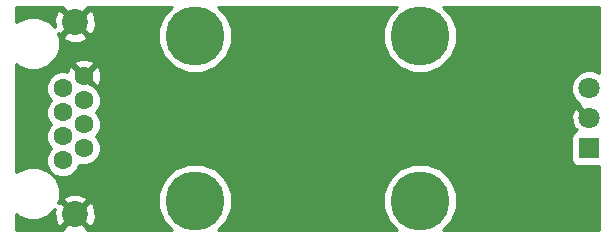
<source format=gbr>
G04 #@! TF.FileFunction,Copper,L2,Bot,Signal*
%FSLAX46Y46*%
G04 Gerber Fmt 4.6, Leading zero omitted, Abs format (unit mm)*
G04 Created by KiCad (PCBNEW 4.0.7) date 01/10/18 16:29:44*
%MOMM*%
%LPD*%
G01*
G04 APERTURE LIST*
%ADD10C,0.150000*%
%ADD11C,2.200000*%
%ADD12C,1.600000*%
%ADD13R,1.800000X1.800000*%
%ADD14C,1.800000*%
%ADD15C,5.000000*%
%ADD16C,1.016000*%
%ADD17C,0.254000*%
G04 APERTURE END LIST*
D10*
D11*
X41272000Y-37590000D03*
X41272000Y-53850000D03*
D12*
X40252000Y-45220000D03*
X40252000Y-47250000D03*
X42032000Y-44190000D03*
X42032000Y-46220000D03*
X42032000Y-42160000D03*
X40252000Y-43190000D03*
X42032000Y-48250000D03*
X40252000Y-49280000D03*
D13*
X84836000Y-48260000D03*
D14*
X84836000Y-45720000D03*
X84836000Y-43180000D03*
D15*
X51435000Y-38735000D03*
X51435000Y-52705000D03*
X70485000Y-38735000D03*
X70485000Y-52705000D03*
D16*
X81788000Y-47752000D03*
D17*
G36*
X40226737Y-36365132D02*
X41272000Y-37410395D01*
X42317263Y-36365132D01*
X42279206Y-36270000D01*
X49466873Y-36270000D01*
X48778826Y-36956847D01*
X48300546Y-38108674D01*
X48299457Y-39355854D01*
X48775727Y-40508515D01*
X49656847Y-41391174D01*
X50808674Y-41869454D01*
X52055854Y-41870543D01*
X53208515Y-41394273D01*
X54091174Y-40513153D01*
X54569454Y-39361326D01*
X54570543Y-38114146D01*
X54094273Y-36961485D01*
X53403994Y-36270000D01*
X68516873Y-36270000D01*
X67828826Y-36956847D01*
X67350546Y-38108674D01*
X67349457Y-39355854D01*
X67825727Y-40508515D01*
X68706847Y-41391174D01*
X69858674Y-41869454D01*
X71105854Y-41870543D01*
X72258515Y-41394273D01*
X73141174Y-40513153D01*
X73619454Y-39361326D01*
X73620543Y-38114146D01*
X73144273Y-36961485D01*
X72453994Y-36270000D01*
X85675400Y-36270000D01*
X85675400Y-41866476D01*
X85142670Y-41645267D01*
X84532009Y-41644735D01*
X83967629Y-41877932D01*
X83535449Y-42309357D01*
X83301267Y-42873330D01*
X83300735Y-43483991D01*
X83533932Y-44048371D01*
X83965357Y-44480551D01*
X83986194Y-44489203D01*
X83935446Y-44639841D01*
X84836000Y-45540395D01*
X84850143Y-45526253D01*
X85029748Y-45705858D01*
X85015605Y-45720000D01*
X85029748Y-45734143D01*
X84850143Y-45913748D01*
X84836000Y-45899605D01*
X84821858Y-45913748D01*
X84642253Y-45734143D01*
X84656395Y-45720000D01*
X83755841Y-44819446D01*
X83499357Y-44905852D01*
X83289542Y-45479336D01*
X83315161Y-46089460D01*
X83499357Y-46534148D01*
X83755839Y-46620553D01*
X83641282Y-46735110D01*
X83677760Y-46771588D01*
X83484559Y-46895910D01*
X83339569Y-47108110D01*
X83288560Y-47360000D01*
X83288560Y-49160000D01*
X83332838Y-49395317D01*
X83471910Y-49611441D01*
X83684110Y-49756431D01*
X83936000Y-49807440D01*
X85675400Y-49807440D01*
X85675400Y-55170000D01*
X72453127Y-55170000D01*
X73141174Y-54483153D01*
X73619454Y-53331326D01*
X73620543Y-52084146D01*
X73144273Y-50931485D01*
X72263153Y-50048826D01*
X71111326Y-49570546D01*
X69864146Y-49569457D01*
X68711485Y-50045727D01*
X67828826Y-50926847D01*
X67350546Y-52078674D01*
X67349457Y-53325854D01*
X67825727Y-54478515D01*
X68516006Y-55170000D01*
X53403127Y-55170000D01*
X54091174Y-54483153D01*
X54569454Y-53331326D01*
X54570543Y-52084146D01*
X54094273Y-50931485D01*
X53213153Y-50048826D01*
X52061326Y-49570546D01*
X50814146Y-49569457D01*
X49661485Y-50045727D01*
X48778826Y-50926847D01*
X48300546Y-52078674D01*
X48299457Y-53325854D01*
X48775727Y-54478515D01*
X49466006Y-55170000D01*
X42279206Y-55170000D01*
X42317263Y-55074868D01*
X41272000Y-54029605D01*
X40226737Y-55074868D01*
X40264794Y-55170000D01*
X36295400Y-55170000D01*
X36295400Y-53849842D01*
X36430141Y-53984818D01*
X37260486Y-54329607D01*
X38159570Y-54330391D01*
X38990515Y-53987052D01*
X39592900Y-53385717D01*
X39526677Y-53561593D01*
X39549164Y-54251453D01*
X39769901Y-54784359D01*
X40047132Y-54895263D01*
X41092395Y-53850000D01*
X41451605Y-53850000D01*
X42496868Y-54895263D01*
X42774099Y-54784359D01*
X43017323Y-54138407D01*
X42994836Y-53448547D01*
X42774099Y-52915641D01*
X42496868Y-52804737D01*
X41451605Y-53850000D01*
X41092395Y-53850000D01*
X40047132Y-52804737D01*
X39815531Y-52897387D01*
X39928581Y-52625132D01*
X40226737Y-52625132D01*
X41272000Y-53670395D01*
X42317263Y-52625132D01*
X42206359Y-52347901D01*
X41560407Y-52104677D01*
X40870547Y-52127164D01*
X40337641Y-52347901D01*
X40226737Y-52625132D01*
X39928581Y-52625132D01*
X39971607Y-52521514D01*
X39972391Y-51622430D01*
X39629052Y-50791485D01*
X38993859Y-50155182D01*
X38163514Y-49810393D01*
X37264430Y-49809609D01*
X36433485Y-50152948D01*
X36295400Y-50290792D01*
X36295400Y-43474187D01*
X38816752Y-43474187D01*
X39034757Y-44001800D01*
X39237603Y-44205001D01*
X39036176Y-44406077D01*
X38817250Y-44933309D01*
X38816752Y-45504187D01*
X39034757Y-46031800D01*
X39237603Y-46235001D01*
X39036176Y-46436077D01*
X38817250Y-46963309D01*
X38816752Y-47534187D01*
X39034757Y-48061800D01*
X39237603Y-48265001D01*
X39036176Y-48466077D01*
X38817250Y-48993309D01*
X38816752Y-49564187D01*
X39034757Y-50091800D01*
X39438077Y-50495824D01*
X39965309Y-50714750D01*
X40536187Y-50715248D01*
X41063800Y-50497243D01*
X41467824Y-50093923D01*
X41653549Y-49646648D01*
X41745309Y-49684750D01*
X42316187Y-49685248D01*
X42843800Y-49467243D01*
X43247824Y-49063923D01*
X43466750Y-48536691D01*
X43467248Y-47965813D01*
X43249243Y-47438200D01*
X43046397Y-47234999D01*
X43247824Y-47033923D01*
X43466750Y-46506691D01*
X43467248Y-45935813D01*
X43249243Y-45408200D01*
X43046397Y-45204999D01*
X43247824Y-45003923D01*
X43466750Y-44476691D01*
X43467248Y-43905813D01*
X43249243Y-43378200D01*
X42845923Y-42974176D01*
X42539213Y-42846819D01*
X42032000Y-42339605D01*
X42017858Y-42353748D01*
X41838253Y-42174143D01*
X41852395Y-42160000D01*
X42211605Y-42160000D01*
X43039745Y-42988139D01*
X43285864Y-42914005D01*
X43478965Y-42376777D01*
X43451778Y-41806546D01*
X43285864Y-41405995D01*
X43039745Y-41331861D01*
X42211605Y-42160000D01*
X41852395Y-42160000D01*
X41024255Y-41331861D01*
X40778136Y-41405995D01*
X40637807Y-41796406D01*
X40538691Y-41755250D01*
X39967813Y-41754752D01*
X39440200Y-41972757D01*
X39036176Y-42376077D01*
X38817250Y-42903309D01*
X38816752Y-43474187D01*
X36295400Y-43474187D01*
X36295400Y-41149842D01*
X36430141Y-41284818D01*
X37260486Y-41629607D01*
X38159570Y-41630391D01*
X38990515Y-41287052D01*
X39125547Y-41152255D01*
X41203861Y-41152255D01*
X42032000Y-41980395D01*
X42860139Y-41152255D01*
X42786005Y-40906136D01*
X42248777Y-40713035D01*
X41678546Y-40740222D01*
X41277995Y-40906136D01*
X41203861Y-41152255D01*
X39125547Y-41152255D01*
X39626818Y-40651859D01*
X39971607Y-39821514D01*
X39972391Y-38922430D01*
X39927948Y-38814868D01*
X40226737Y-38814868D01*
X40337641Y-39092099D01*
X40983593Y-39335323D01*
X41673453Y-39312836D01*
X42206359Y-39092099D01*
X42317263Y-38814868D01*
X41272000Y-37769605D01*
X40226737Y-38814868D01*
X39927948Y-38814868D01*
X39815439Y-38542576D01*
X40047132Y-38635263D01*
X41092395Y-37590000D01*
X41451605Y-37590000D01*
X42496868Y-38635263D01*
X42774099Y-38524359D01*
X43017323Y-37878407D01*
X42994836Y-37188547D01*
X42774099Y-36655641D01*
X42496868Y-36544737D01*
X41451605Y-37590000D01*
X41092395Y-37590000D01*
X40047132Y-36544737D01*
X39769901Y-36655641D01*
X39526677Y-37301593D01*
X39549164Y-37991453D01*
X39563327Y-38025645D01*
X38993859Y-37455182D01*
X38163514Y-37110393D01*
X37264430Y-37109609D01*
X36433485Y-37452948D01*
X36295400Y-37590792D01*
X36295400Y-36270000D01*
X40264794Y-36270000D01*
X40226737Y-36365132D01*
X40226737Y-36365132D01*
G37*
X40226737Y-36365132D02*
X41272000Y-37410395D01*
X42317263Y-36365132D01*
X42279206Y-36270000D01*
X49466873Y-36270000D01*
X48778826Y-36956847D01*
X48300546Y-38108674D01*
X48299457Y-39355854D01*
X48775727Y-40508515D01*
X49656847Y-41391174D01*
X50808674Y-41869454D01*
X52055854Y-41870543D01*
X53208515Y-41394273D01*
X54091174Y-40513153D01*
X54569454Y-39361326D01*
X54570543Y-38114146D01*
X54094273Y-36961485D01*
X53403994Y-36270000D01*
X68516873Y-36270000D01*
X67828826Y-36956847D01*
X67350546Y-38108674D01*
X67349457Y-39355854D01*
X67825727Y-40508515D01*
X68706847Y-41391174D01*
X69858674Y-41869454D01*
X71105854Y-41870543D01*
X72258515Y-41394273D01*
X73141174Y-40513153D01*
X73619454Y-39361326D01*
X73620543Y-38114146D01*
X73144273Y-36961485D01*
X72453994Y-36270000D01*
X85675400Y-36270000D01*
X85675400Y-41866476D01*
X85142670Y-41645267D01*
X84532009Y-41644735D01*
X83967629Y-41877932D01*
X83535449Y-42309357D01*
X83301267Y-42873330D01*
X83300735Y-43483991D01*
X83533932Y-44048371D01*
X83965357Y-44480551D01*
X83986194Y-44489203D01*
X83935446Y-44639841D01*
X84836000Y-45540395D01*
X84850143Y-45526253D01*
X85029748Y-45705858D01*
X85015605Y-45720000D01*
X85029748Y-45734143D01*
X84850143Y-45913748D01*
X84836000Y-45899605D01*
X84821858Y-45913748D01*
X84642253Y-45734143D01*
X84656395Y-45720000D01*
X83755841Y-44819446D01*
X83499357Y-44905852D01*
X83289542Y-45479336D01*
X83315161Y-46089460D01*
X83499357Y-46534148D01*
X83755839Y-46620553D01*
X83641282Y-46735110D01*
X83677760Y-46771588D01*
X83484559Y-46895910D01*
X83339569Y-47108110D01*
X83288560Y-47360000D01*
X83288560Y-49160000D01*
X83332838Y-49395317D01*
X83471910Y-49611441D01*
X83684110Y-49756431D01*
X83936000Y-49807440D01*
X85675400Y-49807440D01*
X85675400Y-55170000D01*
X72453127Y-55170000D01*
X73141174Y-54483153D01*
X73619454Y-53331326D01*
X73620543Y-52084146D01*
X73144273Y-50931485D01*
X72263153Y-50048826D01*
X71111326Y-49570546D01*
X69864146Y-49569457D01*
X68711485Y-50045727D01*
X67828826Y-50926847D01*
X67350546Y-52078674D01*
X67349457Y-53325854D01*
X67825727Y-54478515D01*
X68516006Y-55170000D01*
X53403127Y-55170000D01*
X54091174Y-54483153D01*
X54569454Y-53331326D01*
X54570543Y-52084146D01*
X54094273Y-50931485D01*
X53213153Y-50048826D01*
X52061326Y-49570546D01*
X50814146Y-49569457D01*
X49661485Y-50045727D01*
X48778826Y-50926847D01*
X48300546Y-52078674D01*
X48299457Y-53325854D01*
X48775727Y-54478515D01*
X49466006Y-55170000D01*
X42279206Y-55170000D01*
X42317263Y-55074868D01*
X41272000Y-54029605D01*
X40226737Y-55074868D01*
X40264794Y-55170000D01*
X36295400Y-55170000D01*
X36295400Y-53849842D01*
X36430141Y-53984818D01*
X37260486Y-54329607D01*
X38159570Y-54330391D01*
X38990515Y-53987052D01*
X39592900Y-53385717D01*
X39526677Y-53561593D01*
X39549164Y-54251453D01*
X39769901Y-54784359D01*
X40047132Y-54895263D01*
X41092395Y-53850000D01*
X41451605Y-53850000D01*
X42496868Y-54895263D01*
X42774099Y-54784359D01*
X43017323Y-54138407D01*
X42994836Y-53448547D01*
X42774099Y-52915641D01*
X42496868Y-52804737D01*
X41451605Y-53850000D01*
X41092395Y-53850000D01*
X40047132Y-52804737D01*
X39815531Y-52897387D01*
X39928581Y-52625132D01*
X40226737Y-52625132D01*
X41272000Y-53670395D01*
X42317263Y-52625132D01*
X42206359Y-52347901D01*
X41560407Y-52104677D01*
X40870547Y-52127164D01*
X40337641Y-52347901D01*
X40226737Y-52625132D01*
X39928581Y-52625132D01*
X39971607Y-52521514D01*
X39972391Y-51622430D01*
X39629052Y-50791485D01*
X38993859Y-50155182D01*
X38163514Y-49810393D01*
X37264430Y-49809609D01*
X36433485Y-50152948D01*
X36295400Y-50290792D01*
X36295400Y-43474187D01*
X38816752Y-43474187D01*
X39034757Y-44001800D01*
X39237603Y-44205001D01*
X39036176Y-44406077D01*
X38817250Y-44933309D01*
X38816752Y-45504187D01*
X39034757Y-46031800D01*
X39237603Y-46235001D01*
X39036176Y-46436077D01*
X38817250Y-46963309D01*
X38816752Y-47534187D01*
X39034757Y-48061800D01*
X39237603Y-48265001D01*
X39036176Y-48466077D01*
X38817250Y-48993309D01*
X38816752Y-49564187D01*
X39034757Y-50091800D01*
X39438077Y-50495824D01*
X39965309Y-50714750D01*
X40536187Y-50715248D01*
X41063800Y-50497243D01*
X41467824Y-50093923D01*
X41653549Y-49646648D01*
X41745309Y-49684750D01*
X42316187Y-49685248D01*
X42843800Y-49467243D01*
X43247824Y-49063923D01*
X43466750Y-48536691D01*
X43467248Y-47965813D01*
X43249243Y-47438200D01*
X43046397Y-47234999D01*
X43247824Y-47033923D01*
X43466750Y-46506691D01*
X43467248Y-45935813D01*
X43249243Y-45408200D01*
X43046397Y-45204999D01*
X43247824Y-45003923D01*
X43466750Y-44476691D01*
X43467248Y-43905813D01*
X43249243Y-43378200D01*
X42845923Y-42974176D01*
X42539213Y-42846819D01*
X42032000Y-42339605D01*
X42017858Y-42353748D01*
X41838253Y-42174143D01*
X41852395Y-42160000D01*
X42211605Y-42160000D01*
X43039745Y-42988139D01*
X43285864Y-42914005D01*
X43478965Y-42376777D01*
X43451778Y-41806546D01*
X43285864Y-41405995D01*
X43039745Y-41331861D01*
X42211605Y-42160000D01*
X41852395Y-42160000D01*
X41024255Y-41331861D01*
X40778136Y-41405995D01*
X40637807Y-41796406D01*
X40538691Y-41755250D01*
X39967813Y-41754752D01*
X39440200Y-41972757D01*
X39036176Y-42376077D01*
X38817250Y-42903309D01*
X38816752Y-43474187D01*
X36295400Y-43474187D01*
X36295400Y-41149842D01*
X36430141Y-41284818D01*
X37260486Y-41629607D01*
X38159570Y-41630391D01*
X38990515Y-41287052D01*
X39125547Y-41152255D01*
X41203861Y-41152255D01*
X42032000Y-41980395D01*
X42860139Y-41152255D01*
X42786005Y-40906136D01*
X42248777Y-40713035D01*
X41678546Y-40740222D01*
X41277995Y-40906136D01*
X41203861Y-41152255D01*
X39125547Y-41152255D01*
X39626818Y-40651859D01*
X39971607Y-39821514D01*
X39972391Y-38922430D01*
X39927948Y-38814868D01*
X40226737Y-38814868D01*
X40337641Y-39092099D01*
X40983593Y-39335323D01*
X41673453Y-39312836D01*
X42206359Y-39092099D01*
X42317263Y-38814868D01*
X41272000Y-37769605D01*
X40226737Y-38814868D01*
X39927948Y-38814868D01*
X39815439Y-38542576D01*
X40047132Y-38635263D01*
X41092395Y-37590000D01*
X41451605Y-37590000D01*
X42496868Y-38635263D01*
X42774099Y-38524359D01*
X43017323Y-37878407D01*
X42994836Y-37188547D01*
X42774099Y-36655641D01*
X42496868Y-36544737D01*
X41451605Y-37590000D01*
X41092395Y-37590000D01*
X40047132Y-36544737D01*
X39769901Y-36655641D01*
X39526677Y-37301593D01*
X39549164Y-37991453D01*
X39563327Y-38025645D01*
X38993859Y-37455182D01*
X38163514Y-37110393D01*
X37264430Y-37109609D01*
X36433485Y-37452948D01*
X36295400Y-37590792D01*
X36295400Y-36270000D01*
X40264794Y-36270000D01*
X40226737Y-36365132D01*
M02*

</source>
